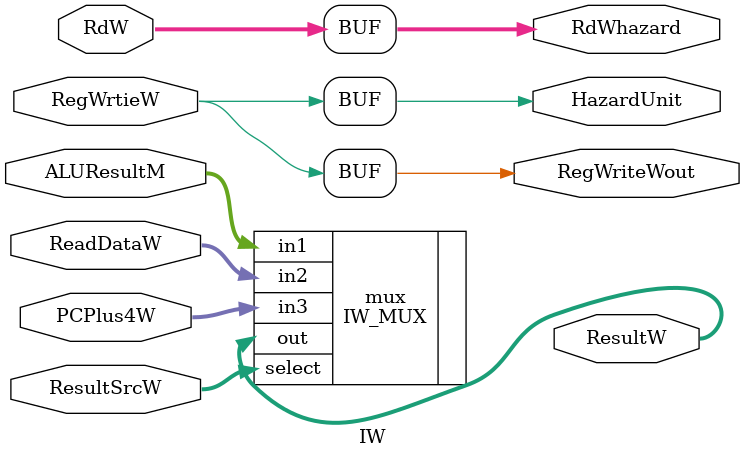
<source format=v>
`timescale 1ns / 1ps
module IW(
input wire RegWrtieW,
input wire [1:0] ResultSrcW,
input wire [31:0] ReadDataW,ALUResultM,
input wire [4:0] RdW,
input wire [31:0] PCPlus4W,
output wire RegWriteWout,HazardUnit,
output wire [31:0] ResultW,
output wire [4:0] RdWhazard
);

IW_MUX mux ( 
.in1(ALUResultM),
.in2(ReadDataW),
.in3(PCPlus4W),
.select(ResultSrcW),
.out(ResultW)
);

assign RegWriteWout=RegWrtieW;
assign HazardUnit=RegWrtieW;
assign RdWhazard=RdW;
endmodule

</source>
